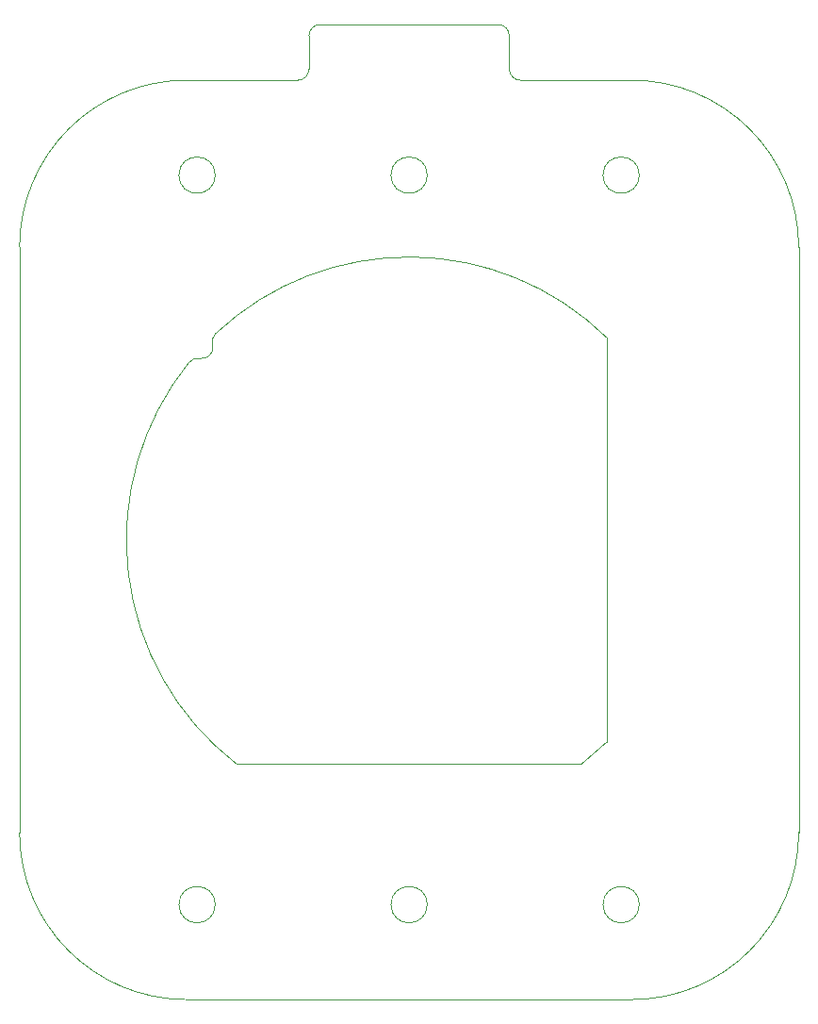
<source format=gbr>
%TF.GenerationSoftware,KiCad,Pcbnew,7.0.6*%
%TF.CreationDate,2024-02-05T15:04:15-06:00*%
%TF.ProjectId,TopProbeCard,546f7050-726f-4626-9543-6172642e6b69,rev?*%
%TF.SameCoordinates,Original*%
%TF.FileFunction,Profile,NP*%
%FSLAX46Y46*%
G04 Gerber Fmt 4.6, Leading zero omitted, Abs format (unit mm)*
G04 Created by KiCad (PCBNEW 7.0.6) date 2024-02-05 15:04:15*
%MOMM*%
%LPD*%
G01*
G04 APERTURE LIST*
%TA.AperFunction,Profile*%
%ADD10C,0.100000*%
%TD*%
%TA.AperFunction,Profile*%
%ADD11C,0.010000*%
%TD*%
G04 APERTURE END LIST*
D10*
X84000000Y-34724999D02*
X84000000Y-37724999D01*
D11*
X110000000Y-106274999D02*
X110000000Y-53724999D01*
D10*
X85000000Y-38724999D02*
X95000000Y-38724999D01*
D11*
X55000000Y-38725000D02*
G75*
G03*
X40000000Y-53724999I-10J-14999990D01*
G01*
X56188560Y-63709245D02*
G75*
G03*
X57342302Y-62465298I188540J982145D01*
G01*
X57623280Y-61474068D02*
G75*
G03*
X57342304Y-62465298I684020J-729332D01*
G01*
X57581950Y-112749999D02*
G75*
G03*
X57581950Y-112749999I-1631950J0D01*
G01*
D10*
X84000001Y-37724999D02*
G75*
G03*
X85000000Y-38724999I1000099J99D01*
G01*
D11*
X76631950Y-47249999D02*
G75*
G03*
X76631950Y-47249999I-1631950J0D01*
G01*
D10*
X67000000Y-33724999D02*
X83000000Y-33724999D01*
D11*
X95681950Y-47249999D02*
G75*
G03*
X95681950Y-47249999I-1631950J0D01*
G01*
X92804684Y-61884999D02*
X92804684Y-98114999D01*
X76631950Y-112749999D02*
G75*
G03*
X76631950Y-112749999I-1631950J0D01*
G01*
X56188564Y-63709224D02*
G75*
G03*
X55221251Y-64063844I-188664J-981976D01*
G01*
D10*
X67000000Y-33725000D02*
G75*
G03*
X66000000Y-34724999I0J-1000000D01*
G01*
X65000000Y-38724999D02*
X55000000Y-38724999D01*
X65000000Y-38725000D02*
G75*
G03*
X66000000Y-37724999I0J1000000D01*
G01*
D11*
X92804684Y-61884999D02*
G75*
G03*
X57623287Y-61474075I-17804684J-18115001D01*
G01*
X55221252Y-64063845D02*
G75*
G03*
X59490431Y-100114998I19778748J-15936155D01*
G01*
X57581950Y-47249999D02*
G75*
G03*
X57581950Y-47249999I-1631950J0D01*
G01*
X95681950Y-112749999D02*
G75*
G03*
X95681950Y-112749999I-1631950J0D01*
G01*
X90509572Y-100115001D02*
G75*
G03*
X92804684Y-98114999I-15509772J20115201D01*
G01*
X40000000Y-53724999D02*
X40000000Y-106274999D01*
D10*
X84000001Y-34724999D02*
G75*
G03*
X83000000Y-33724999I-999901J99D01*
G01*
D11*
X90509570Y-100114999D02*
X59490430Y-100114999D01*
X110000001Y-53724999D02*
G75*
G03*
X95000000Y-38724999I-14999941J59D01*
G01*
X55000000Y-121274999D02*
X95000000Y-121274999D01*
X95000000Y-121275000D02*
G75*
G03*
X110000000Y-106274999I-20J15000020D01*
G01*
D10*
X66000000Y-37724999D02*
X66000000Y-34724999D01*
D11*
X40000001Y-106274999D02*
G75*
G03*
X55000000Y-121274999I15000059J59D01*
G01*
M02*

</source>
